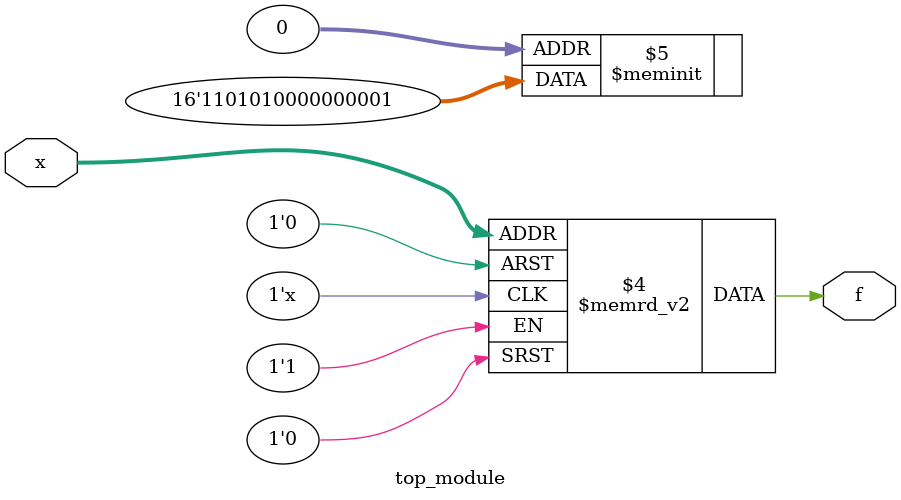
<source format=sv>
module top_module (
    input [4:1] x,
    output logic f
);

always_comb begin
    case (x)
        4'b0000, 4'b1010, 4'b1100, 4'b1110: f = 1'b1;
        4'b0001, 4'b0010, 4'b0011, 4'b0101, 4'b0110, 4'b0111, 4'b1001, 4'b1011, 4'b1101, 4'b1000: f = 1'b0;
        4'b1111: f = 1'b1;
        4'b0100: f = 1'b0;
        default: f = 1'bx;
    endcase
end

endmodule

</source>
